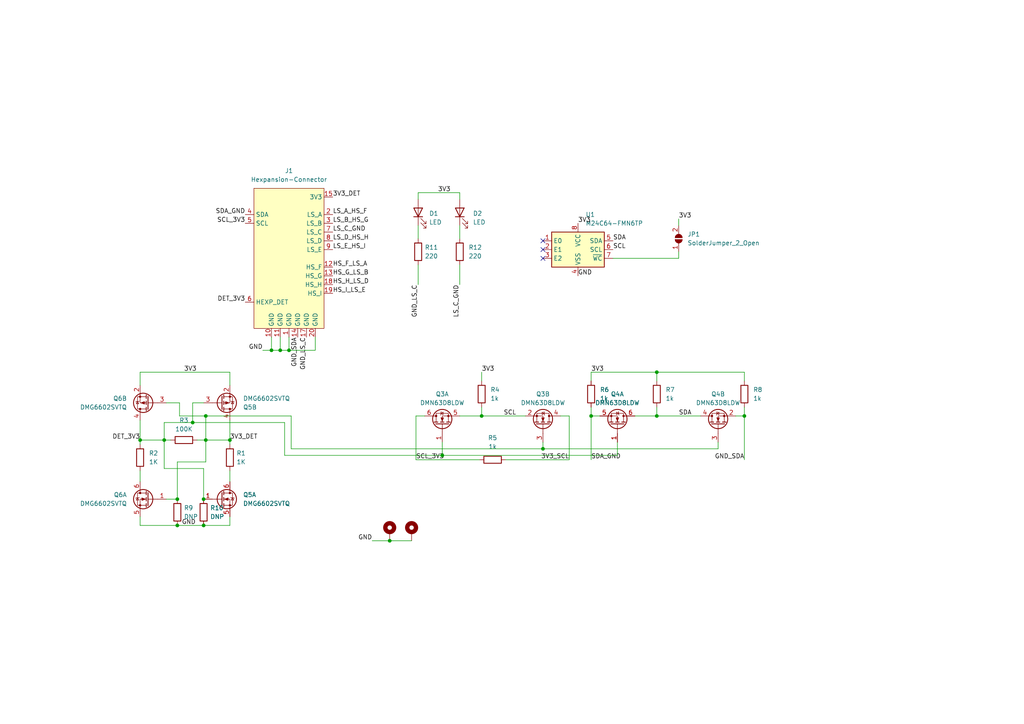
<source format=kicad_sch>
(kicad_sch (version 20230121) (generator eeschema)
  (paper "A4")
  (lib_symbols
    (symbol "Device:LED" (pin_numbers hide) (pin_names (offset 1.016) hide)
      (property "Reference" "D" (at 0 2.54 0))
      (property "Value" "LED" (at 0 -2.54 0))
      (symbol "LED_0_1"
        (polyline (pts (xy -1.27 -1.27) (xy -1.27 1.27)) (stroke (width 0.254)))
        (polyline (pts (xy -1.27 0) (xy 1.27 0)))
        (polyline (pts (xy 1.27 -1.27) (xy 1.27 1.27) (xy -1.27 0) (xy 1.27 -1.27)) (stroke (width 0.254)))
        (polyline (pts (xy -3.048 -0.762) (xy -4.572 -2.286) (xy -3.81 -2.286) (xy -4.572 -2.286) (xy -4.572 -1.524)))
        (polyline (pts (xy -1.778 -0.762) (xy -3.302 -2.286) (xy -2.54 -2.286) (xy -3.302 -2.286) (xy -3.302 -1.524)))
      )
      (symbol "LED_1_1"
        (pin passive line (at -3.81 0 0) (length 2.54) (name "K") (number "1"))
        (pin passive line (at 3.81 0 180) (length 2.54) (name "A") (number "2"))
      )
    )
    (symbol "Device:Q_Dual_NMOS_G1S2G2D2S1D1" (pin_names (offset 0) hide)
      (property "Reference" "Q" (at 6.35 1.27 0))
      (property "Value" "Q_Dual_NMOS_G1S2G2D2S1D1" (at 19.05 -1.27 0))
      (symbol "Q_Dual_NMOS_G1S2G2D2S1D1_0_1"
        (polyline (pts (xy 0.254 0) (xy -2.54 0)))
        (polyline (pts (xy 0.254 1.905) (xy 0.254 -1.905)) (stroke (width 0.254)))
        (polyline (pts (xy 0.762 -1.27) (xy 0.762 -2.286)) (stroke (width 0.254)))
        (polyline (pts (xy 0.762 0.508) (xy 0.762 -0.508)) (stroke (width 0.254)))
        (polyline (pts (xy 0.762 2.286) (xy 0.762 1.27)) (stroke (width 0.254)))
        (polyline (pts (xy 2.54 2.54) (xy 2.54 1.778)))
        (polyline (pts (xy 2.54 -2.54) (xy 2.54 0) (xy 0.762 0)))
        (polyline (pts (xy 0.762 -1.778) (xy 3.302 -1.778) (xy 3.302 1.778) (xy 0.762 1.778)))
        (polyline (pts (xy 1.016 0) (xy 2.032 0.381) (xy 2.032 -0.381) (xy 1.016 0)) (fill (type outline)))
        (polyline (pts (xy 2.794 0.508) (xy 2.921 0.381) (xy 3.683 0.381) (xy 3.81 0.254)))
        (polyline (pts (xy 3.302 0.381) (xy 2.921 -0.254) (xy 3.683 -0.254) (xy 3.302 0.381)))
        (circle (center 1.651 0) (radius 2.794) (stroke (width 0.254)))
        (circle (center 2.54 -1.778) (radius 0.254) (fill (type outline)))
        (circle (center 2.54 1.778) (radius 0.254) (fill (type outline)))
      )
      (symbol "Q_Dual_NMOS_G1S2G2D2S1D1_1_1"
        (pin input line (at -5.08 0 0) (length 2.54) (name "G") (number "1"))
        (pin passive line (at 2.54 -5.08 90) (length 2.54) (name "S") (number "5"))
        (pin passive line (at 2.54 5.08 270) (length 2.54) (name "D") (number "6"))
      )
      (symbol "Q_Dual_NMOS_G1S2G2D2S1D1_2_1"
        (pin passive line (at 2.54 -5.08 90) (length 2.54) (name "S") (number "2"))
        (pin input line (at -5.08 0 0) (length 2.54) (name "G") (number "3"))
        (pin passive line (at 2.54 5.08 270) (length 2.54) (name "D") (number "4"))
      )
    )
    (symbol "Device:R" (pin_numbers hide) (pin_names (offset 0))
      (property "Reference" "R" (at 2.032 0 90))
      (property "Value" "R" (at 0 0 90))
      (symbol "R_0_1"
        (rectangle (start -1.016 -2.54) (end 1.016 2.54) (stroke (width 0.254)))
      )
      (symbol "R_1_1"
        (pin passive line (at 0 3.81 270) (length 1.27) (name "~") (number "1"))
        (pin passive line (at 0 -3.81 90) (length 1.27) (name "~") (number "2"))
      )
    )
    (symbol "Jumper:SolderJumper_2_Open" (pin_names (offset 0) hide)
      (property "Reference" "JP" (at 0 2.032 0))
      (property "Value" "SolderJumper_2_Open" (at 0 -2.54 0))
      (symbol "SolderJumper_2_Open_0_1"
        (arc (start -0.254 1.016) (mid -1.2656 0) (end -0.254 -1.016))
        (arc (start -0.254 1.016) (mid -1.2656 0) (end -0.254 -1.016) (fill (type outline)))
        (polyline (pts (xy -0.254 1.016) (xy -0.254 -1.016)))
        (polyline (pts (xy 0.254 1.016) (xy 0.254 -1.016)))
        (arc (start 0.254 -1.016) (mid 1.2656 0) (end 0.254 1.016))
        (arc (start 0.254 -1.016) (mid 1.2656 0) (end 0.254 1.016) (fill (type outline)))
      )
      (symbol "SolderJumper_2_Open_1_1"
        (pin passive line (at -3.81 0 0) (length 2.54) (name "A") (number "1"))
        (pin passive line (at 3.81 0 180) (length 2.54) (name "B") (number "2"))
      )
    )
    (symbol "Mechanical:MountingHole_Pad" (pin_numbers hide) (pin_names (offset 1.016) hide)
      (property "Reference" "H" (at 0 6.35 0))
      (property "Value" "MountingHole_Pad" (at 0 4.445 0))
      (symbol "MountingHole_Pad_0_1"
        (circle (center 0 1.27) (radius 1.27) (stroke (width 1.27)))
      )
      (symbol "MountingHole_Pad_1_1"
        (pin input line (at 0 -2.54 90) (length 2.54) (name "1") (number "1"))
      )
    )
    (symbol "Memory_EEPROM:M24C02-WMN"
      (property "Reference" "U" (at -6.35 6.35 0))
      (property "Value" "M24C02-WMN" (at 7.62 6.35 0))
      (symbol "M24C02-WMN_0_1"
        (rectangle (start -7.62 5.08) (end 7.62 -5.08) (stroke (width 0.254)) (fill (type background)))
      )
      (symbol "M24C02-WMN_1_1"
        (pin input line (at -10.16 2.54 0) (length 2.54) (name "E0") (number "1"))
        (pin input line (at -10.16 0 0) (length 2.54) (name "E1") (number "2"))
        (pin input line (at -10.16 -2.54 0) (length 2.54) (name "E2") (number "3"))
        (pin power_in line (at 0 -7.62 90) (length 2.54) (name "VSS") (number "4"))
        (pin bidirectional line (at 10.16 2.54 180) (length 2.54) (name "SDA") (number "5"))
        (pin input line (at 10.16 0 180) (length 2.54) (name "SCL") (number "6"))
        (pin input line (at 10.16 -2.54 180) (length 2.54) (name "~{WC}") (number "7"))
        (pin power_in line (at 0 7.62 270) (length 2.54) (name "VCC") (number "8"))
      )
    )
    (symbol "Transistor_FET:DMC2053UVT" (pin_names hide)
      (property "Reference" "Q" (at 2.54 1.905 0))
      (property "Value" "DMC2053UVT" (at 2.54 0 0))
      (symbol "DMC2053UVT_0_1"
        (circle (center -0.889 0) (radius 2.794) (stroke (width 0.254)))
        (circle (center 0 -1.778) (radius 0.254) (fill (type outline)))
        (polyline (pts (xy -2.286 0) (xy -5.08 0)))
        (polyline (pts (xy -2.286 1.905) (xy -2.286 -1.905)) (stroke (width 0.254)))
        (polyline (pts (xy -1.778 -1.27) (xy -1.778 -2.286)) (stroke (width 0.254)))
        (polyline (pts (xy -1.778 0.508) (xy -1.778 -0.508)) (stroke (width 0.254)))
        (polyline (pts (xy -1.778 2.286) (xy -1.778 1.27)) (stroke (width 0.254)))
        (polyline (pts (xy 0 2.54) (xy 0 1.778)))
        (polyline (pts (xy 0 -2.54) (xy 0 0) (xy -1.778 0)))
        (polyline (pts (xy -1.778 -1.778) (xy 0.762 -1.778) (xy 0.762 1.778) (xy -1.778 1.778)))
        (circle (center 0 1.778) (radius 0.254) (fill (type outline)))
      )
      (symbol "DMC2053UVT_1_1"
        (polyline (pts (xy -1.524 0) (xy -0.508 0.381) (xy -0.508 -0.381) (xy -1.524 0)) (fill (type outline)))
        (polyline (pts (xy 0.254 0.508) (xy 0.381 0.381) (xy 1.143 0.381) (xy 1.27 0.254)))
        (polyline (pts (xy 0.762 0.381) (xy 0.381 -0.254) (xy 1.143 -0.254) (xy 0.762 0.381)))
        (pin passive line (at -7.62 0 0) (length 2.54) (name "G") (number "1"))
        (pin passive line (at 0 -5.08 90) (length 2.54) (name "S") (number "5"))
        (pin passive line (at 0 5.08 270) (length 2.54) (name "D") (number "6"))
      )
      (symbol "DMC2053UVT_2_1"
        (polyline (pts (xy -0.254 0) (xy -1.27 0.381) (xy -1.27 -0.381) (xy -0.254 0)) (fill (type outline)))
        (polyline (pts (xy 0.254 -0.508) (xy 0.381 -0.381) (xy 1.143 -0.381) (xy 1.27 -0.254)))
        (polyline (pts (xy 0.762 -0.381) (xy 0.381 0.254) (xy 1.143 0.254) (xy 0.762 -0.381)))
        (pin passive line (at 0 -5.08 90) (length 2.54) (name "S") (number "2"))
        (pin passive line (at -7.62 0 0) (length 2.54) (name "G") (number "3"))
        (pin passive line (at 0 5.08 270) (length 2.54) (name "D") (number "4"))
      )
    )
    (symbol "tildagon:hexpansion-edge-connector" (in_bom no)
      (property "Reference" "J" (at -6.35 17.78 0))
      (property "Value" "Hexpansion-Connector" (at 0 21.59 0))
      (symbol "hexpansion-edge-connector_1_1"
        (rectangle (start -10.16 20.32) (end 10.16 -20.32) (fill (type background)))
        (pin power_out line (at 0 -22.86 90) (length 2.54) (name "GND") (number "1"))
        (pin passive line (at -5.08 -22.86 90) (length 2.54) (name "GND") (number "10"))
        (pin passive line (at -2.54 -22.86 90) (length 2.54) (name "GND") (number "11"))
        (pin bidirectional line (at 12.7 -2.54 180) (length 2.54) (name "HS_F") (number "12"))
        (pin bidirectional line (at 12.7 -5.08 180) (length 2.54) (name "HS_G") (number "13"))
        (pin passive line (at 2.54 -22.86 90) (length 2.54) (name "GND") (number "14"))
        (pin power_out line (at 12.7 17.78 180) (length 2.54) (name "3V3") (number "15"))
        (pin passive line (at 12.7 17.78 180) (length 2.54) hide (name "3V3") (number "16"))
        (pin passive line (at 5.08 -22.86 90) (length 2.54) (name "GND") (number "17"))
        (pin bidirectional line (at 12.7 -7.62 180) (length 2.54) (name "HS_H") (number "18"))
        (pin bidirectional line (at 12.7 -10.16 180) (length 2.54) (name "HS_I") (number "19"))
        (pin bidirectional line (at 12.7 12.7 180) (length 2.54) (name "LS_A") (number "2"))
        (pin passive line (at 7.62 -22.86 90) (length 2.54) (name "GND") (number "20"))
        (pin bidirectional line (at 12.7 10.16 180) (length 2.54) (name "LS_B") (number "3"))
        (pin bidirectional line (at -12.7 12.7 0) (length 2.54) (name "SDA") (number "4"))
        (pin output line (at -12.7 10.16 0) (length 2.54) (name "SCL") (number "5"))
        (pin bidirectional line (at -12.7 -12.7 0) (length 2.54) (name "HEXP_DET") (number "6"))
        (pin bidirectional line (at 12.7 7.62 180) (length 2.54) (name "LS_C") (number "7"))
        (pin bidirectional line (at 12.7 5.08 180) (length 2.54) (name "LS_D") (number "8"))
        (pin bidirectional line (at 12.7 2.54 180) (length 2.54) (name "LS_E") (number "9"))
      )
    )
  )
  (junction (at 51.435 144.78))
  (junction (at 215.9 120.65))
  (junction (at 190.5 107.95))
  (junction (at 190.5 120.65))
  (junction (at 157.48 130.175))
  (junction (at 55.88 122.555))
  (junction (at 139.7 120.65))
  (junction (at 113.03 156.845))
  (junction (at 40.64 127.635))
  (junction (at 83.82 101.6))
  (junction (at 47.625 127.635))
  (junction (at 81.28 101.6))
  (junction (at 59.69 127.635))
  (junction (at 128.27 132.08))
  (junction (at 59.69 120.65))
  (junction (at 66.675 127.635))
  (junction (at 59.055 152.4))
  (junction (at 51.435 152.4))
  (junction (at 171.45 120.65))
  (junction (at 59.055 144.78))
  (junction (at 78.74 101.6))
  (no_connect (at 157.48 74.93))
  (no_connect (at 157.48 72.39))
  (no_connect (at 157.48 69.85))
  (wire (pts (xy 40.64 152.4) (xy 51.435 152.4)))
  (wire (pts (xy 40.64 127.635) (xy 40.64 128.905)))
  (wire (pts (xy 190.5 118.11) (xy 190.5 120.65)))
  (wire (pts (xy 40.64 136.525) (xy 40.64 139.7)))
  (wire (pts (xy 171.45 120.65) (xy 171.45 133.35)))
  (wire (pts (xy 84.455 120.65) (xy 84.455 130.175)))
  (wire (pts (xy 66.675 149.86) (xy 66.675 152.4)))
  (wire (pts (xy 81.28 101.6) (xy 81.28 97.79)))
  (wire (pts (xy 171.45 118.11) (xy 171.45 120.65)))
  (wire (pts (xy 215.9 120.65) (xy 215.9 133.35)))
  (wire (pts (xy 59.055 135.89) (xy 47.625 135.89)))
  (wire (pts (xy 66.675 136.525) (xy 66.675 139.7)))
  (wire (pts (xy 40.64 121.92) (xy 40.64 127.635)))
  (wire (pts (xy 47.625 122.555) (xy 47.625 127.635)))
  (wire (pts (xy 139.7 118.11) (xy 139.7 120.65)))
  (wire (pts (xy 213.36 120.65) (xy 215.9 120.65)))
  (wire (pts (xy 78.74 101.6) (xy 81.28 101.6)))
  (wire (pts (xy 59.055 135.89) (xy 59.055 144.78)))
  (wire (pts (xy 52.07 120.65) (xy 59.69 120.65)))
  (wire (pts (xy 55.88 122.555) (xy 47.625 122.555)))
  (wire (pts (xy 59.69 120.65) (xy 59.69 127.635)))
  (wire (pts (xy 190.5 107.95) (xy 215.9 107.95)))
  (wire (pts (xy 171.45 110.49) (xy 171.45 107.95)))
  (wire (pts (xy 121.285 65.405) (xy 121.285 69.215)))
  (wire (pts (xy 146.685 133.35) (xy 165.1 133.35)))
  (wire (pts (xy 40.64 152.4) (xy 40.64 149.86)))
  (wire (pts (xy 51.435 152.4) (xy 59.055 152.4)))
  (wire (pts (xy 157.48 130.175) (xy 157.48 128.27)))
  (wire (pts (xy 78.74 101.6) (xy 78.74 97.79)))
  (wire (pts (xy 215.9 118.11) (xy 215.9 120.65)))
  (wire (pts (xy 120.65 120.65) (xy 120.65 133.35)))
  (wire (pts (xy 171.45 107.95) (xy 190.5 107.95)))
  (wire (pts (xy 121.285 55.88) (xy 133.35 55.88)))
  (wire (pts (xy 83.82 101.6) (xy 91.44 101.6)))
  (wire (pts (xy 190.5 107.95) (xy 190.5 110.49)))
  (wire (pts (xy 128.27 132.08) (xy 82.55 132.08)))
  (wire (pts (xy 40.64 107.95) (xy 66.675 107.95)))
  (wire (pts (xy 84.455 130.175) (xy 157.48 130.175)))
  (wire (pts (xy 91.44 101.6) (xy 91.44 97.79)))
  (wire (pts (xy 59.055 152.4) (xy 66.675 152.4)))
  (wire (pts (xy 66.675 121.92) (xy 66.675 127.635)))
  (wire (pts (xy 215.9 107.95) (xy 215.9 110.49)))
  (wire (pts (xy 139.7 107.95) (xy 139.7 110.49)))
  (wire (pts (xy 57.15 127.635) (xy 59.69 127.635)))
  (wire (pts (xy 55.88 116.84) (xy 55.88 122.555)))
  (wire (pts (xy 81.28 101.6) (xy 83.82 101.6)))
  (wire (pts (xy 47.625 127.635) (xy 47.625 135.89)))
  (wire (pts (xy 121.285 57.785) (xy 121.285 55.88)))
  (wire (pts (xy 173.99 120.65) (xy 171.45 120.65)))
  (wire (pts (xy 184.15 120.65) (xy 190.5 120.65)))
  (wire (pts (xy 177.8 74.93) (xy 196.85 74.93)))
  (wire (pts (xy 157.48 130.175) (xy 208.28 130.175)))
  (wire (pts (xy 196.85 74.93) (xy 196.85 73.025)))
  (wire (pts (xy 190.5 120.65) (xy 203.2 120.65)))
  (wire (pts (xy 139.7 120.65) (xy 152.4 120.65)))
  (wire (pts (xy 165.1 120.65) (xy 165.1 133.35)))
  (wire (pts (xy 47.625 127.635) (xy 40.64 127.635)))
  (wire (pts (xy 82.55 122.555) (xy 82.55 132.08)))
  (wire (pts (xy 162.56 120.65) (xy 165.1 120.65)))
  (wire (pts (xy 113.03 156.845) (xy 119.38 156.845)))
  (wire (pts (xy 179.07 132.08) (xy 179.07 128.27)))
  (wire (pts (xy 51.435 144.78) (xy 51.435 133.985)))
  (wire (pts (xy 133.35 76.835) (xy 133.35 82.55)))
  (wire (pts (xy 40.64 111.76) (xy 40.64 107.95)))
  (wire (pts (xy 120.65 133.35) (xy 139.065 133.35)))
  (wire (pts (xy 59.69 127.635) (xy 66.675 127.635)))
  (wire (pts (xy 128.27 132.08) (xy 179.07 132.08)))
  (wire (pts (xy 133.35 120.65) (xy 139.7 120.65)))
  (wire (pts (xy 59.69 120.65) (xy 84.455 120.65)))
  (wire (pts (xy 83.82 101.6) (xy 83.82 97.79)))
  (wire (pts (xy 107.95 156.845) (xy 113.03 156.845)))
  (wire (pts (xy 48.26 144.78) (xy 51.435 144.78)))
  (wire (pts (xy 59.055 116.84) (xy 55.88 116.84)))
  (wire (pts (xy 123.19 120.65) (xy 120.65 120.65)))
  (wire (pts (xy 76.2 101.6) (xy 78.74 101.6)))
  (wire (pts (xy 82.55 122.555) (xy 55.88 122.555)))
  (wire (pts (xy 66.675 107.95) (xy 66.675 111.76)))
  (wire (pts (xy 128.27 128.27) (xy 128.27 132.08)))
  (wire (pts (xy 48.26 116.84) (xy 52.07 116.84)))
  (wire (pts (xy 59.69 133.985) (xy 59.69 127.635)))
  (wire (pts (xy 51.435 133.985) (xy 59.69 133.985)))
  (wire (pts (xy 133.35 55.88) (xy 133.35 57.785)))
  (wire (pts (xy 196.85 63.5) (xy 196.85 65.405)))
  (wire (pts (xy 133.35 65.405) (xy 133.35 69.215)))
  (wire (pts (xy 208.28 130.175) (xy 208.28 128.27)))
  (wire (pts (xy 49.53 127.635) (xy 47.625 127.635)))
  (wire (pts (xy 52.07 116.84) (xy 52.07 120.65)))
  (wire (pts (xy 121.285 76.835) (xy 121.285 82.55)))
  (wire (pts (xy 66.675 127.635) (xy 66.675 128.905)))
  (label "DET_3V3" (at 40.64 127.635 180))
  (label "SCL" (at 177.8 72.39 0))
  (label "LS_C_GND" (at 133.35 82.55 270))
  (label "3V3" (at 171.45 107.95 0))
  (label "3V3_SCL" (at 165.1 133.35 180))
  (label "3V3" (at 53.34 107.95 0))
  (label "LS_E_HS_I" (at 96.52 72.39 0))
  (label "SCL_3V3" (at 71.12 64.77 180))
  (label "3V3" (at 139.7 107.95 0))
  (label "LS_B_HS_G" (at 96.52 64.77 0))
  (label "SDA_GND" (at 71.12 62.23 180))
  (label "GND" (at 76.2 101.6 180))
  (label "HS_I_LS_E" (at 96.52 85.09 0))
  (label "SDA" (at 196.85 120.65 0))
  (label "HS_F_LS_A" (at 96.52 77.47 0))
  (label "GND_SDA" (at 215.9 133.35 180))
  (label "GND_LS_C" (at 88.9 97.79 270))
  (label "LS_C_GND" (at 96.52 67.31 0))
  (label "SDA_GND" (at 171.45 133.35 0))
  (label "HS_G_LS_B" (at 96.52 80.01 0))
  (label "SCL_3V3" (at 120.65 133.35 0))
  (label "3V3" (at 196.85 63.5 0))
  (label "SDA" (at 177.8 69.85 0))
  (label "GND_LS_C" (at 121.285 82.55 270))
  (label "GND" (at 167.64 80.01 0))
  (label "HS_H_LS_D" (at 96.52 82.55 0))
  (label "GND_SDA" (at 86.36 97.79 270))
  (label "LS_D_HS_H" (at 96.52 69.85 0))
  (label "DET_3V3" (at 71.12 87.63 180))
  (label "3V3" (at 127 55.88 0))
  (label "3V3_DET" (at 66.675 127.635 0))
  (label "3V3" (at 167.64 64.77 0))
  (label "SCL" (at 146.05 120.65 0))
  (label "GND" (at 107.95 156.845 180))
  (label "3V3_DET" (at 96.52 57.15 0))
  (label "LS_A_HS_F" (at 96.52 62.23 0))
  (label "GND" (at 52.705 152.4 0))
  (symbol (lib_id "Memory_EEPROM:M24C02-WMN") (at 167.64 72.39 0) (unit 1)
    (property "Reference" "U1" (at 169.8341 62.23 0) (effects (justify left)))
    (property "Value" "M24C64-FMN6TP" (at 169.8341 64.77 0) (effects (justify left)))
    (property "Footprint" "Package_SO:SOIC-8_3.9x4.9mm_P1.27mm" (effects hide))
    (property "Datasheet" "http://www.st.com/content/ccc/resource/technical/document/datasheet/b0/d8/50/40/5a/85/49/6f/DM00071904.pdf/files/DM00071904.pdf/jcr:content/translations/en.DM00071904.pdf" (effects hide))
  )
  (symbol (lib_id "Device:Q_Dual_NMOS_G1S2G2D2S1D1") (at 179.07 123.19 270) (mirror x) (unit 1)
    (property "Reference" "Q4" (at 179.07 114.3 90))
    (property "Value" "DMN63D8LDW" (at 179.07 116.84 90))
    (property "Footprint" "Package_TO_SOT_SMD:SOT-363_SC-70-6" (effects hide))
    (property "Datasheet" "https://www.mouser.co.uk/ProductDetail/Diodes-Incorporated/DMN63D8LDW-7?qs=wo71MgyKIyE2w30D2buODQ%3D%3D" (effects hide))
  )
  (symbol (lib_id "Mechanical:MountingHole_Pad") (at 119.38 154.305 0) (unit 1)
    (property "Reference" "H2" (effects hide))
    (property "Value" "MountingHole_Pad" (effects hide))
    (property "Footprint" "MountingHole:MountingHole_2.2mm_M2_Pad_Via" (effects hide))
  )
  (symbol (lib_id "Transistor_FET:DMC2053UVT") (at 40.64 144.78 0) (mirror y) (unit 1)
    (property "Reference" "Q6" (at 36.83 143.51 0) (effects (justify left)))
    (property "Value" "DMG6602SVTQ" (at 36.83 146.05 0) (effects (justify left)))
    (property "Footprint" "Package_TO_SOT_SMD:TSOT-23-6" (effects hide))
    (property "Datasheet" "https://www.mouser.co.uk/ProductDetail/Diodes-Incorporated/DMG6602SVTQ-7?qs=s5XU71A7K7%252BjMAi7Ml65qw%3D%3D" (effects hide))
  )
  (symbol (lib_id "Device:R") (at 142.875 133.35 90) (unit 1)
    (property "Reference" "R5" (at 142.875 127 90))
    (property "Value" "1k" (at 142.875 129.54 90))
    (property "Footprint" "Resistor_SMD:R_0603_1608Metric" (effects hide))
  )
  (symbol (lib_id "Jumper:SolderJumper_2_Open") (at 196.85 69.215 90) (unit 1)
    (property "Reference" "JP1" (at 199.39 67.945 90) (effects (justify right)))
    (property "Value" "SolderJumper_2_Open" (at 199.39 70.485 90) (effects (justify right)))
    (property "Footprint" "Jumper:SolderJumper-2_P1.3mm_Open_RoundedPad1.0x1.5mm" (effects hide))
  )
  (symbol (lib_id "Device:R") (at 215.9 114.3 0) (unit 1)
    (property "Reference" "R8" (at 218.44 113.03 0) (effects (justify left)))
    (property "Value" "1k" (at 218.44 115.57 0) (effects (justify left)))
    (property "Footprint" "Resistor_SMD:R_0603_1608Metric" (effects hide))
  )
  (symbol (lib_id "Device:R") (at 133.35 73.025 0) (unit 1)
    (property "Reference" "R12" (at 135.89 71.755 0) (effects (justify left)))
    (property "Value" "220" (at 135.89 74.295 0) (effects (justify left)))
    (property "Footprint" "Resistor_SMD:R_0603_1608Metric" (effects hide))
  )
  (symbol (lib_id "Device:R") (at 171.45 114.3 0) (unit 1)
    (property "Reference" "R6" (at 173.99 113.03 0) (effects (justify left)))
    (property "Value" "1k" (at 173.99 115.57 0) (effects (justify left)))
    (property "Footprint" "Resistor_SMD:R_0603_1608Metric" (effects hide))
  )
  (symbol (lib_id "Device:LED") (at 121.285 61.595 90) (unit 1)
    (property "Reference" "D1" (at 124.46 61.9125 90) (effects (justify right)))
    (property "Value" "LED" (at 124.46 64.4525 90) (effects (justify right)))
    (property "Footprint" "LED_SMD:LED_0603_1608Metric_Pad1.05x0.95mm_HandSolder" (effects hide))
  )
  (symbol (lib_id "Device:Q_Dual_NMOS_G1S2G2D2S1D1") (at 157.48 123.19 270) (mirror x) (unit 2)
    (property "Reference" "Q3" (at 157.48 114.3 90))
    (property "Value" "DMN63D8LDW" (at 157.48 116.84 90))
    (property "Footprint" "Package_TO_SOT_SMD:SOT-363_SC-70-6" (effects hide))
    (property "Datasheet" "https://www.mouser.co.uk/ProductDetail/Diodes-Incorporated/DMN63D8LDW-7?qs=wo71MgyKIyE2w30D2buODQ%3D%3D" (effects hide))
  )
  (symbol (lib_id "Device:Q_Dual_NMOS_G1S2G2D2S1D1") (at 128.27 123.19 90) (unit 1)
    (property "Reference" "Q3" (at 128.27 114.3 90))
    (property "Value" "DMN63D8LDW" (at 128.27 116.84 90))
    (property "Footprint" "Package_TO_SOT_SMD:SOT-363_SC-70-6" (effects hide))
    (property "Datasheet" "https://www.mouser.co.uk/ProductDetail/Diodes-Incorporated/DMN63D8LDW-7?qs=wo71MgyKIyE2w30D2buODQ%3D%3D" (effects hide))
  )
  (symbol (lib_id "tildagon:hexpansion-edge-connector") (at 83.82 74.93 0) (unit 1) (in_bom no)
    (property "Reference" "J1" (at 83.82 49.53 0))
    (property "Value" "Hexpansion-Connector" (at 83.82 52.07 0))
    (property "Footprint" "tildagon:hexpansion-edge-connector" (effects hide))
    (property "Sim.Enable" "0" (effects hide))
  )
  (symbol (lib_id "Device:Q_Dual_NMOS_G1S2G2D2S1D1") (at 208.28 123.19 90) (unit 2)
    (property "Reference" "Q4" (at 208.28 114.3 90))
    (property "Value" "DMN63D8LDW" (at 208.28 116.84 90))
    (property "Footprint" "Package_TO_SOT_SMD:SOT-363_SC-70-6" (effects hide))
    (property "Datasheet" "https://www.mouser.co.uk/ProductDetail/Diodes-Incorporated/DMN63D8LDW-7?qs=wo71MgyKIyE2w30D2buODQ%3D%3D" (effects hide))
  )
  (symbol (lib_id "Device:R") (at 66.675 132.715 0) (unit 1)
    (property "Reference" "R1" (at 68.58 131.445 0) (effects (justify left)))
    (property "Value" "1K" (at 68.58 133.985 0) (effects (justify left)))
    (property "Footprint" "Resistor_SMD:R_0603_1608Metric" (effects hide))
  )
  (symbol (lib_id "Device:LED") (at 133.35 61.595 90) (unit 1)
    (property "Reference" "D2" (at 137.16 61.9125 90) (effects (justify right)))
    (property "Value" "LED" (at 137.16 64.4525 90) (effects (justify right)))
    (property "Footprint" "LED_SMD:LED_0603_1608Metric_Pad1.05x0.95mm_HandSolder" (effects hide))
  )
  (symbol (lib_id "Device:R") (at 40.64 132.715 0) (unit 1)
    (property "Reference" "R2" (at 43.18 131.445 0) (effects (justify left)))
    (property "Value" "1K" (at 43.18 133.985 0) (effects (justify left)))
    (property "Footprint" "Resistor_SMD:R_0603_1608Metric" (effects hide))
  )
  (symbol (lib_id "Transistor_FET:DMC2053UVT") (at 66.675 144.78 0) (unit 1)
    (property "Reference" "Q5" (at 70.485 143.51 0) (effects (justify left)))
    (property "Value" "DMG6602SVTQ" (at 70.485 146.05 0) (effects (justify left)))
    (property "Footprint" "Package_TO_SOT_SMD:TSOT-23-6" (effects hide))
    (property "Datasheet" "https://www.mouser.co.uk/ProductDetail/Diodes-Incorporated/DMG6602SVTQ-7?qs=s5XU71A7K7%252BjMAi7Ml65qw%3D%3D" (effects hide))
  )
  (symbol (lib_id "Device:R") (at 53.34 127.635 90) (unit 1)
    (property "Reference" "R3" (at 53.34 121.92 90))
    (property "Value" "100K" (at 53.34 124.46 90))
    (property "Footprint" "Resistor_SMD:R_0603_1608Metric" (effects hide))
  )
  (symbol (lib_id "Device:R") (at 51.435 148.59 0) (unit 1)
    (property "Reference" "R9" (at 53.34 147.32 0) (effects (justify left)))
    (property "Value" "DNP" (at 53.34 149.86 0) (effects (justify left)))
    (property "Footprint" "Resistor_SMD:R_0603_1608Metric" (effects hide))
  )
  (symbol (lib_id "Transistor_FET:DMC2053UVT") (at 66.675 116.84 0) (mirror x) (unit 2)
    (property "Reference" "Q5" (at 70.485 118.11 0) (effects (justify left)))
    (property "Value" "DMG6602SVTQ" (at 70.485 115.57 0) (effects (justify left)))
    (property "Footprint" "Package_TO_SOT_SMD:TSOT-23-6" (effects hide))
    (property "Datasheet" "https://www.mouser.co.uk/ProductDetail/Diodes-Incorporated/DMG6602SVTQ-7?qs=s5XU71A7K7%252BjMAi7Ml65qw%3D%3D" (effects hide))
  )
  (symbol (lib_id "Device:R") (at 59.055 148.59 0) (unit 1)
    (property "Reference" "R10" (at 60.96 147.32 0) (effects (justify left)))
    (property "Value" "DNP" (at 60.96 149.86 0) (effects (justify left)))
    (property "Footprint" "Resistor_SMD:R_0603_1608Metric" (effects hide))
  )
  (symbol (lib_id "Mechanical:MountingHole_Pad") (at 113.03 154.305 0) (unit 1)
    (property "Reference" "H1" (effects hide))
    (property "Value" "MountingHole_Pad" (effects hide))
    (property "Footprint" "MountingHole:MountingHole_2.2mm_M2_Pad_Via" (effects hide))
  )
  (symbol (lib_id "Device:R") (at 121.285 73.025 0) (unit 1)
    (property "Reference" "R11" (at 123.19 71.755 0) (effects (justify left)))
    (property "Value" "220" (at 123.19 74.295 0) (effects (justify left)))
    (property "Footprint" "Resistor_SMD:R_0603_1608Metric" (effects hide))
  )
  (symbol (lib_id "Transistor_FET:DMC2053UVT") (at 40.64 116.84 180) (unit 2)
    (property "Reference" "Q6" (at 36.83 115.57 0) (effects (justify left)))
    (property "Value" "DMG6602SVTQ" (at 36.83 118.11 0) (effects (justify left)))
    (property "Footprint" "Package_TO_SOT_SMD:TSOT-23-6" (effects hide))
    (property "Datasheet" "https://www.mouser.co.uk/ProductDetail/Diodes-Incorporated/DMG6602SVTQ-7?qs=s5XU71A7K7%252BjMAi7Ml65qw%3D%3D" (effects hide))
  )
  (symbol (lib_id "Device:R") (at 139.7 114.3 0) (unit 1)
    (property "Reference" "R4" (at 142.24 113.03 0) (effects (justify left)))
    (property "Value" "1k" (at 142.24 115.57 0) (effects (justify left)))
    (property "Footprint" "Resistor_SMD:R_0603_1608Metric" (effects hide))
  )
  (symbol (lib_id "Device:R") (at 190.5 114.3 0) (unit 1)
    (property "Reference" "R7" (at 193.04 113.03 0) (effects (justify left)))
    (property "Value" "1k" (at 193.04 115.57 0) (effects (justify left)))
    (property "Footprint" "Resistor_SMD:R_0603_1608Metric" (effects hide))
  )
)
</source>
